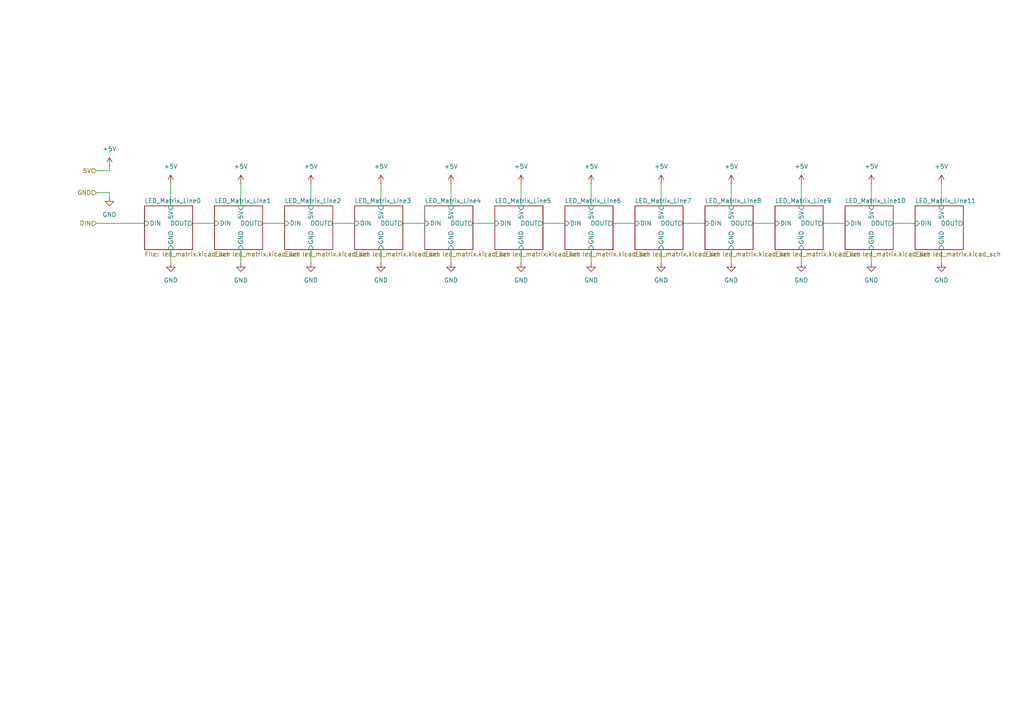
<source format=kicad_sch>
(kicad_sch (version 20250114) (generator "eeschema") (generator_version "9.0")
  (paper "A4")
  (lib_symbols
    (symbol "power:+5V" (power) (pin_numbers (hide yes)) (pin_names (offset 0) (hide yes))
      (property "Value" "+5V" (at 0 3.556 0))
      (symbol "+5V_0_1"
        (polyline (pts (xy -0.762 1.27) (xy 0 2.54)))
        (polyline (pts (xy 0 2.54) (xy 0.762 1.27)))
        (polyline (pts (xy 0 0) (xy 0 2.54)))
      )
      (symbol "+5V_1_1"
        (pin power_in line (at 0 0 90) (length 0) (name "~") (number "1"))
      )
    )
    (symbol "power:GND" (power) (pin_numbers (hide yes)) (pin_names (offset 0) (hide yes))
      (property "Value" "GND" (at 0 -3.81 0))
      (symbol "GND_0_1"
        (polyline (pts (xy 0 0) (xy 0 -1.27) (xy 1.27 -1.27) (xy 0 -2.54) (xy -1.27 -1.27) (xy 0 -1.27)))
      )
      (symbol "GND_1_1"
        (pin power_in line (at 0 0 270) (length 0) (name "~") (number "1"))
      )
    )
  )
  (wire (pts (xy 171.45 72.39) (xy 171.45 76.2)))
  (wire (pts (xy 76.2 64.77) (xy 82.55 64.77)))
  (wire (pts (xy 157.48 64.77) (xy 163.83 64.77)))
  (wire (pts (xy 212.09 53.34) (xy 212.09 59.69)))
  (wire (pts (xy 177.8 64.77) (xy 184.15 64.77)))
  (wire (pts (xy 90.17 53.34) (xy 90.17 59.69)))
  (wire (pts (xy 69.85 72.39) (xy 69.85 76.2)))
  (wire (pts (xy 137.16 64.77) (xy 143.51 64.77)))
  (wire (pts (xy 171.45 53.34) (xy 171.45 59.69)))
  (wire (pts (xy 151.13 53.34) (xy 151.13 59.69)))
  (wire (pts (xy 31.75 49.53) (xy 27.94 49.53)))
  (wire (pts (xy 130.81 72.39) (xy 130.81 76.2)))
  (wire (pts (xy 238.76 64.77) (xy 245.11 64.77)))
  (wire (pts (xy 273.05 72.39) (xy 273.05 76.2)))
  (wire (pts (xy 110.49 53.34) (xy 110.49 59.69)))
  (wire (pts (xy 273.05 53.34) (xy 273.05 59.69)))
  (wire (pts (xy 218.44 64.77) (xy 224.79 64.77)))
  (wire (pts (xy 116.84 64.77) (xy 123.19 64.77)))
  (wire (pts (xy 31.75 48.26) (xy 31.75 49.53)))
  (wire (pts (xy 191.77 72.39) (xy 191.77 76.2)))
  (wire (pts (xy 232.41 72.39) (xy 232.41 76.2)))
  (wire (pts (xy 252.73 72.39) (xy 252.73 76.2)))
  (wire (pts (xy 252.73 53.34) (xy 252.73 59.69)))
  (wire (pts (xy 96.52 64.77) (xy 102.87 64.77)))
  (wire (pts (xy 69.85 53.34) (xy 69.85 59.69)))
  (wire (pts (xy 212.09 72.39) (xy 212.09 76.2)))
  (wire (pts (xy 55.88 64.77) (xy 62.23 64.77)))
  (wire (pts (xy 151.13 72.39) (xy 151.13 76.2)))
  (wire (pts (xy 259.08 64.77) (xy 265.43 64.77)))
  (wire (pts (xy 27.94 64.77) (xy 41.91 64.77)))
  (wire (pts (xy 198.12 64.77) (xy 204.47 64.77)))
  (wire (pts (xy 130.81 53.34) (xy 130.81 59.69)))
  (wire (pts (xy 31.75 57.15) (xy 31.75 55.88)))
  (wire (pts (xy 31.75 55.88) (xy 27.94 55.88)))
  (wire (pts (xy 191.77 53.34) (xy 191.77 59.69)))
  (wire (pts (xy 90.17 72.39) (xy 90.17 76.2)))
  (wire (pts (xy 49.53 72.39) (xy 49.53 76.2)))
  (wire (pts (xy 232.41 53.34) (xy 232.41 59.69)))
  (wire (pts (xy 110.49 72.39) (xy 110.49 76.2)))
  (wire (pts (xy 49.53 53.34) (xy 49.53 59.69)))
  (hierarchical_label "5V" (shape input) (at 27.94 49.53 180))
  (hierarchical_label "GND" (shape input) (at 27.94 55.88 180))
  (hierarchical_label "DIN" (shape input) (at 27.94 64.77 180))
  (symbol (lib_id "power:+5V") (at 212.09 53.34 0) (unit 1)
    (property "Reference" "#PWR0227" (effects (hide yes)))
    (property "Value" "+5V" (at 212.09 48.26 0))
    (property "Description" "Power symbol creates a global label with name \"+5V\"" (effects (hide yes)))
  )
  (symbol (lib_id "power:GND") (at 273.05 76.2 0) (unit 1)
    (property "Reference" "#PWR0312" (effects (hide yes)))
    (property "Value" "GND" (at 273.05 81.28 0))
    (property "Description" "Power symbol creates a global label with name \"GND\" , ground" (effects (hide yes)))
  )
  (symbol (lib_id "power:GND") (at 130.81 76.2 0) (unit 1)
    (property "Reference" "#PWR0116" (effects (hide yes)))
    (property "Value" "GND" (at 130.81 81.28 0))
    (property "Description" "Power symbol creates a global label with name \"GND\" , ground" (effects (hide yes)))
  )
  (symbol (lib_id "power:GND") (at 69.85 76.2 0) (unit 1)
    (property "Reference" "#PWR058" (effects (hide yes)))
    (property "Value" "GND" (at 69.85 81.28 0))
    (property "Description" "Power symbol creates a global label with name \"GND\" , ground" (effects (hide yes)))
  )
  (symbol (lib_id "power:GND") (at 49.53 76.2 0) (unit 1)
    (property "Reference" "#PWR028" (effects (hide yes)))
    (property "Value" "GND" (at 49.53 81.28 0))
    (property "Description" "Power symbol creates a global label with name \"GND\" , ground" (effects (hide yes)))
  )
  (symbol (lib_id "power:GND") (at 252.73 76.2 0) (unit 1)
    (property "Reference" "#PWR0284" (effects (hide yes)))
    (property "Value" "GND" (at 252.73 81.28 0))
    (property "Description" "Power symbol creates a global label with name \"GND\" , ground" (effects (hide yes)))
  )
  (symbol (lib_id "power:+5V") (at 69.85 53.34 0) (unit 1)
    (property "Reference" "#PWR057" (effects (hide yes)))
    (property "Value" "+5V" (at 69.85 48.26 0))
    (property "Description" "Power symbol creates a global label with name \"+5V\"" (effects (hide yes)))
  )
  (symbol (lib_id "power:+5V") (at 273.05 53.34 0) (unit 1)
    (property "Reference" "#PWR0311" (effects (hide yes)))
    (property "Value" "+5V" (at 273.05 48.26 0))
    (property "Description" "Power symbol creates a global label with name \"+5V\"" (effects (hide yes)))
  )
  (symbol (lib_id "power:GND") (at 171.45 76.2 0) (unit 1)
    (property "Reference" "#PWR0172" (effects (hide yes)))
    (property "Value" "GND" (at 171.45 81.28 0))
    (property "Description" "Power symbol creates a global label with name \"GND\" , ground" (effects (hide yes)))
  )
  (symbol (lib_id "power:GND") (at 31.75 57.15 0) (unit 1)
    (property "Reference" "#PWR054" (effects (hide yes)))
    (property "Value" "GND" (at 31.75 62.23 0))
    (property "Description" "Power symbol creates a global label with name \"GND\" , ground" (effects (hide yes)))
  )
  (symbol (lib_id "power:+5V") (at 191.77 53.34 0) (unit 1)
    (property "Reference" "#PWR0199" (effects (hide yes)))
    (property "Value" "+5V" (at 191.77 48.26 0))
    (property "Description" "Power symbol creates a global label with name \"+5V\"" (effects (hide yes)))
  )
  (symbol (lib_id "power:GND") (at 212.09 76.2 0) (unit 1)
    (property "Reference" "#PWR0228" (effects (hide yes)))
    (property "Value" "GND" (at 212.09 81.28 0))
    (property "Description" "Power symbol creates a global label with name \"GND\" , ground" (effects (hide yes)))
  )
  (symbol (lib_id "power:+5V") (at 130.81 53.34 0) (unit 1)
    (property "Reference" "#PWR0115" (effects (hide yes)))
    (property "Value" "+5V" (at 130.81 48.26 0))
    (property "Description" "Power symbol creates a global label with name \"+5V\"" (effects (hide yes)))
  )
  (symbol (lib_id "power:+5V") (at 49.53 53.34 0) (unit 1)
    (property "Reference" "#PWR027" (effects (hide yes)))
    (property "Value" "+5V" (at 49.53 48.26 0))
    (property "Description" "Power symbol creates a global label with name \"+5V\"" (effects (hide yes)))
  )
  (symbol (lib_id "power:+5V") (at 31.75 48.26 0) (unit 1)
    (property "Reference" "#PWR053" (effects (hide yes)))
    (property "Value" "+5V" (at 31.75 43.18 0))
    (property "Description" "Power symbol creates a global label with name \"+5V\"" (effects (hide yes)))
  )
  (symbol (lib_id "power:+5V") (at 90.17 53.34 0) (unit 1)
    (property "Reference" "#PWR059" (effects (hide yes)))
    (property "Value" "+5V" (at 90.17 48.26 0))
    (property "Description" "Power symbol creates a global label with name \"+5V\"" (effects (hide yes)))
  )
  (symbol (lib_id "power:+5V") (at 151.13 53.34 0) (unit 1)
    (property "Reference" "#PWR0143" (effects (hide yes)))
    (property "Value" "+5V" (at 151.13 48.26 0))
    (property "Description" "Power symbol creates a global label with name \"+5V\"" (effects (hide yes)))
  )
  (symbol (lib_id "power:GND") (at 232.41 76.2 0) (unit 1)
    (property "Reference" "#PWR0256" (effects (hide yes)))
    (property "Value" "GND" (at 232.41 81.28 0))
    (property "Description" "Power symbol creates a global label with name \"GND\" , ground" (effects (hide yes)))
  )
  (symbol (lib_id "power:GND") (at 110.49 76.2 0) (unit 1)
    (property "Reference" "#PWR088" (effects (hide yes)))
    (property "Value" "GND" (at 110.49 81.28 0))
    (property "Description" "Power symbol creates a global label with name \"GND\" , ground" (effects (hide yes)))
  )
  (symbol (lib_id "power:+5V") (at 171.45 53.34 0) (unit 1)
    (property "Reference" "#PWR0171" (effects (hide yes)))
    (property "Value" "+5V" (at 171.45 48.26 0))
    (property "Description" "Power symbol creates a global label with name \"+5V\"" (effects (hide yes)))
  )
  (symbol (lib_id "power:+5V") (at 252.73 53.34 0) (unit 1)
    (property "Reference" "#PWR0283" (effects (hide yes)))
    (property "Value" "+5V" (at 252.73 48.26 0))
    (property "Description" "Power symbol creates a global label with name \"+5V\"" (effects (hide yes)))
  )
  (symbol (lib_id "power:+5V") (at 110.49 53.34 0) (unit 1)
    (property "Reference" "#PWR087" (effects (hide yes)))
    (property "Value" "+5V" (at 110.49 48.26 0))
    (property "Description" "Power symbol creates a global label with name \"+5V\"" (effects (hide yes)))
  )
  (symbol (lib_id "power:GND") (at 90.17 76.2 0) (unit 1)
    (property "Reference" "#PWR060" (effects (hide yes)))
    (property "Value" "GND" (at 90.17 81.28 0))
    (property "Description" "Power symbol creates a global label with name \"GND\" , ground" (effects (hide yes)))
  )
  (symbol (lib_id "power:GND") (at 151.13 76.2 0) (unit 1)
    (property "Reference" "#PWR0144" (effects (hide yes)))
    (property "Value" "GND" (at 151.13 81.28 0))
    (property "Description" "Power symbol creates a global label with name \"GND\" , ground" (effects (hide yes)))
  )
  (symbol (lib_id "power:+5V") (at 232.41 53.34 0) (unit 1)
    (property "Reference" "#PWR0255" (effects (hide yes)))
    (property "Value" "+5V" (at 232.41 48.26 0))
    (property "Description" "Power symbol creates a global label with name \"+5V\"" (effects (hide yes)))
  )
  (symbol (lib_id "power:GND") (at 191.77 76.2 0) (unit 1)
    (property "Reference" "#PWR0200" (effects (hide yes)))
    (property "Value" "GND" (at 191.77 81.28 0))
    (property "Description" "Power symbol creates a global label with name \"GND\" , ground" (effects (hide yes)))
  )
  (sheet (at 62.23 59.69) (size 13.97 12.7) (stroke (width 0.1524))
    (property "Sheetname" "LED_Matrix_Line1" (at 62.23 58.9784 0) (effects (justify left bottom)))
    (property "Sheetfile" "led_matrix.kicad_sch" (at 62.23 72.9746 0) (effects (justify left top)))
    (pin "5V" input (at 69.85 59.69 90))
    (pin "DIN" input (at 62.23 64.77 180))
    (pin "DOUT" output (at 76.2 64.77 0))
    (pin "GND" input (at 69.85 72.39 270))
  )
  (sheet (at 123.19 59.69) (size 13.97 12.7) (stroke (width 0.1524))
    (property "Sheetname" "LED_Matrix_Line4" (at 123.19 58.9784 0) (effects (justify left bottom)))
    (property "Sheetfile" "led_matrix.kicad_sch" (at 123.19 72.9746 0) (effects (justify left top)))
    (pin "5V" input (at 130.81 59.69 90))
    (pin "DIN" input (at 123.19 64.77 180))
    (pin "DOUT" output (at 137.16 64.77 0))
    (pin "GND" input (at 130.81 72.39 270))
  )
  (sheet (at 265.43 59.69) (size 13.97 12.7) (stroke (width 0.1524))
    (property "Sheetname" "LED_Matrix_Line11" (at 265.43 58.9784 0) (effects (justify left bottom)))
    (property "Sheetfile" "led_matrix.kicad_sch" (at 265.43 72.9746 0) (effects (justify left top)))
    (pin "5V" input (at 273.05 59.69 90))
    (pin "DIN" input (at 265.43 64.77 180))
    (pin "DOUT" output (at 279.4 64.77 0))
    (pin "GND" input (at 273.05 72.39 270))
  )
  (sheet (at 82.55 59.69) (size 13.97 12.7) (stroke (width 0.1524))
    (property "Sheetname" "LED_Matrix_Line2" (at 82.55 58.9784 0) (effects (justify left bottom)))
    (property "Sheetfile" "led_matrix.kicad_sch" (at 82.55 72.9746 0) (effects (justify left top)))
    (pin "5V" input (at 90.17 59.69 90))
    (pin "DIN" input (at 82.55 64.77 180))
    (pin "DOUT" output (at 96.52 64.77 0))
    (pin "GND" input (at 90.17 72.39 270))
  )
  (sheet (at 143.51 59.69) (size 13.97 12.7) (stroke (width 0.1524))
    (property "Sheetname" "LED_Matrix_Line5" (at 143.51 58.9784 0) (effects (justify left bottom)))
    (property "Sheetfile" "led_matrix.kicad_sch" (at 143.51 72.9746 0) (effects (justify left top)))
    (pin "5V" input (at 151.13 59.69 90))
    (pin "DIN" input (at 143.51 64.77 180))
    (pin "DOUT" output (at 157.48 64.77 0))
    (pin "GND" input (at 151.13 72.39 270))
  )
  (sheet (at 41.91 59.69) (size 13.97 12.7) (stroke (width 0.1524))
    (property "Sheetname" "LED_Matrix_Line0" (at 41.91 58.9784 0) (effects (justify left bottom)))
    (property "Sheetfile" "led_matrix.kicad_sch" (at 41.91 72.9746 0) (effects (justify left top)))
    (pin "5V" input (at 49.53 59.69 90))
    (pin "DIN" input (at 41.91 64.77 180))
    (pin "DOUT" output (at 55.88 64.77 0))
    (pin "GND" input (at 49.53 72.39 270))
  )
  (sheet (at 184.15 59.69) (size 13.97 12.7) (stroke (width 0.1524))
    (property "Sheetname" "LED_Matrix_Line7" (at 184.15 58.9784 0) (effects (justify left bottom)))
    (property "Sheetfile" "led_matrix.kicad_sch" (at 184.15 72.9746 0) (effects (justify left top)))
    (pin "5V" input (at 191.77 59.69 90))
    (pin "DIN" input (at 184.15 64.77 180))
    (pin "DOUT" output (at 198.12 64.77 0))
    (pin "GND" input (at 191.77 72.39 270))
  )
  (sheet (at 163.83 59.69) (size 13.97 12.7) (stroke (width 0.1524))
    (property "Sheetname" "LED_Matrix_Line6" (at 163.83 58.9784 0) (effects (justify left bottom)))
    (property "Sheetfile" "led_matrix.kicad_sch" (at 163.83 72.9746 0) (effects (justify left top)))
    (pin "5V" input (at 171.45 59.69 90))
    (pin "DIN" input (at 163.83 64.77 180))
    (pin "DOUT" output (at 177.8 64.77 0))
    (pin "GND" input (at 171.45 72.39 270))
  )
  (sheet (at 224.79 59.69) (size 13.97 12.7) (stroke (width 0.1524))
    (property "Sheetname" "LED_Matrix_Line9" (at 224.79 58.9784 0) (effects (justify left bottom)))
    (property "Sheetfile" "led_matrix.kicad_sch" (at 224.79 72.9746 0) (effects (justify left top)))
    (pin "5V" input (at 232.41 59.69 90))
    (pin "DIN" input (at 224.79 64.77 180))
    (pin "DOUT" output (at 238.76 64.77 0))
    (pin "GND" input (at 232.41 72.39 270))
  )
  (sheet (at 204.47 59.69) (size 13.97 12.7) (stroke (width 0.1524))
    (property "Sheetname" "LED_Matrix_Line8" (at 204.47 58.9784 0) (effects (justify left bottom)))
    (property "Sheetfile" "led_matrix.kicad_sch" (at 204.47 72.9746 0) (effects (justify left top)))
    (pin "5V" input (at 212.09 59.69 90))
    (pin "DIN" input (at 204.47 64.77 180))
    (pin "DOUT" output (at 218.44 64.77 0))
    (pin "GND" input (at 212.09 72.39 270))
  )
  (sheet (at 102.87 59.69) (size 13.97 12.7) (stroke (width 0.1524))
    (property "Sheetname" "LED_Matrix_Line3" (at 102.87 58.9784 0) (effects (justify left bottom)))
    (property "Sheetfile" "led_matrix.kicad_sch" (at 102.87 72.9746 0) (effects (justify left top)))
    (pin "5V" input (at 110.49 59.69 90))
    (pin "DIN" input (at 102.87 64.77 180))
    (pin "DOUT" output (at 116.84 64.77 0))
    (pin "GND" input (at 110.49 72.39 270))
  )
  (sheet (at 245.11 59.69) (size 13.97 12.7) (stroke (width 0.1524))
    (property "Sheetname" "LED_Matrix_Line10" (at 245.11 58.9784 0) (effects (justify left bottom)))
    (property "Sheetfile" "led_matrix.kicad_sch" (at 245.11 72.9746 0) (effects (justify left top)))
    (pin "5V" input (at 252.73 59.69 90))
    (pin "DIN" input (at 245.11 64.77 180))
    (pin "DOUT" output (at 259.08 64.77 0))
    (pin "GND" input (at 252.73 72.39 270))
  )
)
</source>
